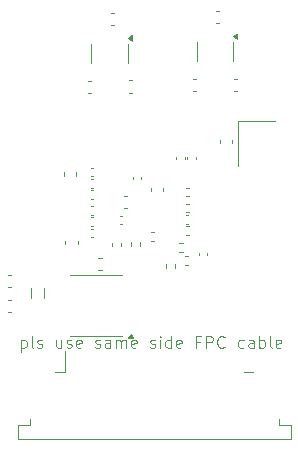
<source format=gbr>
%TF.GenerationSoftware,KiCad,Pcbnew,8.0.9*%
%TF.CreationDate,2025-03-13T22:53:30+08:00*%
%TF.ProjectId,Raspberry_pi_IMX662,52617370-6265-4727-9279-5f70695f494d,rev?*%
%TF.SameCoordinates,Original*%
%TF.FileFunction,Legend,Top*%
%TF.FilePolarity,Positive*%
%FSLAX46Y46*%
G04 Gerber Fmt 4.6, Leading zero omitted, Abs format (unit mm)*
G04 Created by KiCad (PCBNEW 8.0.9) date 2025-03-13 22:53:30*
%MOMM*%
%LPD*%
G01*
G04 APERTURE LIST*
%ADD10C,0.125000*%
%ADD11C,0.120000*%
G04 APERTURE END LIST*
D10*
X127320331Y-112354452D02*
X127320331Y-113354452D01*
X127320331Y-112402071D02*
X127415569Y-112354452D01*
X127415569Y-112354452D02*
X127606045Y-112354452D01*
X127606045Y-112354452D02*
X127701283Y-112402071D01*
X127701283Y-112402071D02*
X127748902Y-112449690D01*
X127748902Y-112449690D02*
X127796521Y-112544928D01*
X127796521Y-112544928D02*
X127796521Y-112830642D01*
X127796521Y-112830642D02*
X127748902Y-112925880D01*
X127748902Y-112925880D02*
X127701283Y-112973500D01*
X127701283Y-112973500D02*
X127606045Y-113021119D01*
X127606045Y-113021119D02*
X127415569Y-113021119D01*
X127415569Y-113021119D02*
X127320331Y-112973500D01*
X128367950Y-113021119D02*
X128272712Y-112973500D01*
X128272712Y-112973500D02*
X128225093Y-112878261D01*
X128225093Y-112878261D02*
X128225093Y-112021119D01*
X128701284Y-112973500D02*
X128796522Y-113021119D01*
X128796522Y-113021119D02*
X128986998Y-113021119D01*
X128986998Y-113021119D02*
X129082236Y-112973500D01*
X129082236Y-112973500D02*
X129129855Y-112878261D01*
X129129855Y-112878261D02*
X129129855Y-112830642D01*
X129129855Y-112830642D02*
X129082236Y-112735404D01*
X129082236Y-112735404D02*
X128986998Y-112687785D01*
X128986998Y-112687785D02*
X128844141Y-112687785D01*
X128844141Y-112687785D02*
X128748903Y-112640166D01*
X128748903Y-112640166D02*
X128701284Y-112544928D01*
X128701284Y-112544928D02*
X128701284Y-112497309D01*
X128701284Y-112497309D02*
X128748903Y-112402071D01*
X128748903Y-112402071D02*
X128844141Y-112354452D01*
X128844141Y-112354452D02*
X128986998Y-112354452D01*
X128986998Y-112354452D02*
X129082236Y-112402071D01*
X130748903Y-112354452D02*
X130748903Y-113021119D01*
X130320332Y-112354452D02*
X130320332Y-112878261D01*
X130320332Y-112878261D02*
X130367951Y-112973500D01*
X130367951Y-112973500D02*
X130463189Y-113021119D01*
X130463189Y-113021119D02*
X130606046Y-113021119D01*
X130606046Y-113021119D02*
X130701284Y-112973500D01*
X130701284Y-112973500D02*
X130748903Y-112925880D01*
X131177475Y-112973500D02*
X131272713Y-113021119D01*
X131272713Y-113021119D02*
X131463189Y-113021119D01*
X131463189Y-113021119D02*
X131558427Y-112973500D01*
X131558427Y-112973500D02*
X131606046Y-112878261D01*
X131606046Y-112878261D02*
X131606046Y-112830642D01*
X131606046Y-112830642D02*
X131558427Y-112735404D01*
X131558427Y-112735404D02*
X131463189Y-112687785D01*
X131463189Y-112687785D02*
X131320332Y-112687785D01*
X131320332Y-112687785D02*
X131225094Y-112640166D01*
X131225094Y-112640166D02*
X131177475Y-112544928D01*
X131177475Y-112544928D02*
X131177475Y-112497309D01*
X131177475Y-112497309D02*
X131225094Y-112402071D01*
X131225094Y-112402071D02*
X131320332Y-112354452D01*
X131320332Y-112354452D02*
X131463189Y-112354452D01*
X131463189Y-112354452D02*
X131558427Y-112402071D01*
X132415570Y-112973500D02*
X132320332Y-113021119D01*
X132320332Y-113021119D02*
X132129856Y-113021119D01*
X132129856Y-113021119D02*
X132034618Y-112973500D01*
X132034618Y-112973500D02*
X131986999Y-112878261D01*
X131986999Y-112878261D02*
X131986999Y-112497309D01*
X131986999Y-112497309D02*
X132034618Y-112402071D01*
X132034618Y-112402071D02*
X132129856Y-112354452D01*
X132129856Y-112354452D02*
X132320332Y-112354452D01*
X132320332Y-112354452D02*
X132415570Y-112402071D01*
X132415570Y-112402071D02*
X132463189Y-112497309D01*
X132463189Y-112497309D02*
X132463189Y-112592547D01*
X132463189Y-112592547D02*
X131986999Y-112687785D01*
X133606047Y-112973500D02*
X133701285Y-113021119D01*
X133701285Y-113021119D02*
X133891761Y-113021119D01*
X133891761Y-113021119D02*
X133986999Y-112973500D01*
X133986999Y-112973500D02*
X134034618Y-112878261D01*
X134034618Y-112878261D02*
X134034618Y-112830642D01*
X134034618Y-112830642D02*
X133986999Y-112735404D01*
X133986999Y-112735404D02*
X133891761Y-112687785D01*
X133891761Y-112687785D02*
X133748904Y-112687785D01*
X133748904Y-112687785D02*
X133653666Y-112640166D01*
X133653666Y-112640166D02*
X133606047Y-112544928D01*
X133606047Y-112544928D02*
X133606047Y-112497309D01*
X133606047Y-112497309D02*
X133653666Y-112402071D01*
X133653666Y-112402071D02*
X133748904Y-112354452D01*
X133748904Y-112354452D02*
X133891761Y-112354452D01*
X133891761Y-112354452D02*
X133986999Y-112402071D01*
X134891761Y-113021119D02*
X134891761Y-112497309D01*
X134891761Y-112497309D02*
X134844142Y-112402071D01*
X134844142Y-112402071D02*
X134748904Y-112354452D01*
X134748904Y-112354452D02*
X134558428Y-112354452D01*
X134558428Y-112354452D02*
X134463190Y-112402071D01*
X134891761Y-112973500D02*
X134796523Y-113021119D01*
X134796523Y-113021119D02*
X134558428Y-113021119D01*
X134558428Y-113021119D02*
X134463190Y-112973500D01*
X134463190Y-112973500D02*
X134415571Y-112878261D01*
X134415571Y-112878261D02*
X134415571Y-112783023D01*
X134415571Y-112783023D02*
X134463190Y-112687785D01*
X134463190Y-112687785D02*
X134558428Y-112640166D01*
X134558428Y-112640166D02*
X134796523Y-112640166D01*
X134796523Y-112640166D02*
X134891761Y-112592547D01*
X135367952Y-113021119D02*
X135367952Y-112354452D01*
X135367952Y-112449690D02*
X135415571Y-112402071D01*
X135415571Y-112402071D02*
X135510809Y-112354452D01*
X135510809Y-112354452D02*
X135653666Y-112354452D01*
X135653666Y-112354452D02*
X135748904Y-112402071D01*
X135748904Y-112402071D02*
X135796523Y-112497309D01*
X135796523Y-112497309D02*
X135796523Y-113021119D01*
X135796523Y-112497309D02*
X135844142Y-112402071D01*
X135844142Y-112402071D02*
X135939380Y-112354452D01*
X135939380Y-112354452D02*
X136082237Y-112354452D01*
X136082237Y-112354452D02*
X136177476Y-112402071D01*
X136177476Y-112402071D02*
X136225095Y-112497309D01*
X136225095Y-112497309D02*
X136225095Y-113021119D01*
X137082237Y-112973500D02*
X136986999Y-113021119D01*
X136986999Y-113021119D02*
X136796523Y-113021119D01*
X136796523Y-113021119D02*
X136701285Y-112973500D01*
X136701285Y-112973500D02*
X136653666Y-112878261D01*
X136653666Y-112878261D02*
X136653666Y-112497309D01*
X136653666Y-112497309D02*
X136701285Y-112402071D01*
X136701285Y-112402071D02*
X136796523Y-112354452D01*
X136796523Y-112354452D02*
X136986999Y-112354452D01*
X136986999Y-112354452D02*
X137082237Y-112402071D01*
X137082237Y-112402071D02*
X137129856Y-112497309D01*
X137129856Y-112497309D02*
X137129856Y-112592547D01*
X137129856Y-112592547D02*
X136653666Y-112687785D01*
X138272714Y-112973500D02*
X138367952Y-113021119D01*
X138367952Y-113021119D02*
X138558428Y-113021119D01*
X138558428Y-113021119D02*
X138653666Y-112973500D01*
X138653666Y-112973500D02*
X138701285Y-112878261D01*
X138701285Y-112878261D02*
X138701285Y-112830642D01*
X138701285Y-112830642D02*
X138653666Y-112735404D01*
X138653666Y-112735404D02*
X138558428Y-112687785D01*
X138558428Y-112687785D02*
X138415571Y-112687785D01*
X138415571Y-112687785D02*
X138320333Y-112640166D01*
X138320333Y-112640166D02*
X138272714Y-112544928D01*
X138272714Y-112544928D02*
X138272714Y-112497309D01*
X138272714Y-112497309D02*
X138320333Y-112402071D01*
X138320333Y-112402071D02*
X138415571Y-112354452D01*
X138415571Y-112354452D02*
X138558428Y-112354452D01*
X138558428Y-112354452D02*
X138653666Y-112402071D01*
X139129857Y-113021119D02*
X139129857Y-112354452D01*
X139129857Y-112021119D02*
X139082238Y-112068738D01*
X139082238Y-112068738D02*
X139129857Y-112116357D01*
X139129857Y-112116357D02*
X139177476Y-112068738D01*
X139177476Y-112068738D02*
X139129857Y-112021119D01*
X139129857Y-112021119D02*
X139129857Y-112116357D01*
X140034618Y-113021119D02*
X140034618Y-112021119D01*
X140034618Y-112973500D02*
X139939380Y-113021119D01*
X139939380Y-113021119D02*
X139748904Y-113021119D01*
X139748904Y-113021119D02*
X139653666Y-112973500D01*
X139653666Y-112973500D02*
X139606047Y-112925880D01*
X139606047Y-112925880D02*
X139558428Y-112830642D01*
X139558428Y-112830642D02*
X139558428Y-112544928D01*
X139558428Y-112544928D02*
X139606047Y-112449690D01*
X139606047Y-112449690D02*
X139653666Y-112402071D01*
X139653666Y-112402071D02*
X139748904Y-112354452D01*
X139748904Y-112354452D02*
X139939380Y-112354452D01*
X139939380Y-112354452D02*
X140034618Y-112402071D01*
X140891761Y-112973500D02*
X140796523Y-113021119D01*
X140796523Y-113021119D02*
X140606047Y-113021119D01*
X140606047Y-113021119D02*
X140510809Y-112973500D01*
X140510809Y-112973500D02*
X140463190Y-112878261D01*
X140463190Y-112878261D02*
X140463190Y-112497309D01*
X140463190Y-112497309D02*
X140510809Y-112402071D01*
X140510809Y-112402071D02*
X140606047Y-112354452D01*
X140606047Y-112354452D02*
X140796523Y-112354452D01*
X140796523Y-112354452D02*
X140891761Y-112402071D01*
X140891761Y-112402071D02*
X140939380Y-112497309D01*
X140939380Y-112497309D02*
X140939380Y-112592547D01*
X140939380Y-112592547D02*
X140463190Y-112687785D01*
X142463190Y-112497309D02*
X142129857Y-112497309D01*
X142129857Y-113021119D02*
X142129857Y-112021119D01*
X142129857Y-112021119D02*
X142606047Y-112021119D01*
X142987000Y-113021119D02*
X142987000Y-112021119D01*
X142987000Y-112021119D02*
X143367952Y-112021119D01*
X143367952Y-112021119D02*
X143463190Y-112068738D01*
X143463190Y-112068738D02*
X143510809Y-112116357D01*
X143510809Y-112116357D02*
X143558428Y-112211595D01*
X143558428Y-112211595D02*
X143558428Y-112354452D01*
X143558428Y-112354452D02*
X143510809Y-112449690D01*
X143510809Y-112449690D02*
X143463190Y-112497309D01*
X143463190Y-112497309D02*
X143367952Y-112544928D01*
X143367952Y-112544928D02*
X142987000Y-112544928D01*
X144558428Y-112925880D02*
X144510809Y-112973500D01*
X144510809Y-112973500D02*
X144367952Y-113021119D01*
X144367952Y-113021119D02*
X144272714Y-113021119D01*
X144272714Y-113021119D02*
X144129857Y-112973500D01*
X144129857Y-112973500D02*
X144034619Y-112878261D01*
X144034619Y-112878261D02*
X143987000Y-112783023D01*
X143987000Y-112783023D02*
X143939381Y-112592547D01*
X143939381Y-112592547D02*
X143939381Y-112449690D01*
X143939381Y-112449690D02*
X143987000Y-112259214D01*
X143987000Y-112259214D02*
X144034619Y-112163976D01*
X144034619Y-112163976D02*
X144129857Y-112068738D01*
X144129857Y-112068738D02*
X144272714Y-112021119D01*
X144272714Y-112021119D02*
X144367952Y-112021119D01*
X144367952Y-112021119D02*
X144510809Y-112068738D01*
X144510809Y-112068738D02*
X144558428Y-112116357D01*
X146177476Y-112973500D02*
X146082238Y-113021119D01*
X146082238Y-113021119D02*
X145891762Y-113021119D01*
X145891762Y-113021119D02*
X145796524Y-112973500D01*
X145796524Y-112973500D02*
X145748905Y-112925880D01*
X145748905Y-112925880D02*
X145701286Y-112830642D01*
X145701286Y-112830642D02*
X145701286Y-112544928D01*
X145701286Y-112544928D02*
X145748905Y-112449690D01*
X145748905Y-112449690D02*
X145796524Y-112402071D01*
X145796524Y-112402071D02*
X145891762Y-112354452D01*
X145891762Y-112354452D02*
X146082238Y-112354452D01*
X146082238Y-112354452D02*
X146177476Y-112402071D01*
X147034619Y-113021119D02*
X147034619Y-112497309D01*
X147034619Y-112497309D02*
X146987000Y-112402071D01*
X146987000Y-112402071D02*
X146891762Y-112354452D01*
X146891762Y-112354452D02*
X146701286Y-112354452D01*
X146701286Y-112354452D02*
X146606048Y-112402071D01*
X147034619Y-112973500D02*
X146939381Y-113021119D01*
X146939381Y-113021119D02*
X146701286Y-113021119D01*
X146701286Y-113021119D02*
X146606048Y-112973500D01*
X146606048Y-112973500D02*
X146558429Y-112878261D01*
X146558429Y-112878261D02*
X146558429Y-112783023D01*
X146558429Y-112783023D02*
X146606048Y-112687785D01*
X146606048Y-112687785D02*
X146701286Y-112640166D01*
X146701286Y-112640166D02*
X146939381Y-112640166D01*
X146939381Y-112640166D02*
X147034619Y-112592547D01*
X147510810Y-113021119D02*
X147510810Y-112021119D01*
X147510810Y-112402071D02*
X147606048Y-112354452D01*
X147606048Y-112354452D02*
X147796524Y-112354452D01*
X147796524Y-112354452D02*
X147891762Y-112402071D01*
X147891762Y-112402071D02*
X147939381Y-112449690D01*
X147939381Y-112449690D02*
X147987000Y-112544928D01*
X147987000Y-112544928D02*
X147987000Y-112830642D01*
X147987000Y-112830642D02*
X147939381Y-112925880D01*
X147939381Y-112925880D02*
X147891762Y-112973500D01*
X147891762Y-112973500D02*
X147796524Y-113021119D01*
X147796524Y-113021119D02*
X147606048Y-113021119D01*
X147606048Y-113021119D02*
X147510810Y-112973500D01*
X148558429Y-113021119D02*
X148463191Y-112973500D01*
X148463191Y-112973500D02*
X148415572Y-112878261D01*
X148415572Y-112878261D02*
X148415572Y-112021119D01*
X149320334Y-112973500D02*
X149225096Y-113021119D01*
X149225096Y-113021119D02*
X149034620Y-113021119D01*
X149034620Y-113021119D02*
X148939382Y-112973500D01*
X148939382Y-112973500D02*
X148891763Y-112878261D01*
X148891763Y-112878261D02*
X148891763Y-112497309D01*
X148891763Y-112497309D02*
X148939382Y-112402071D01*
X148939382Y-112402071D02*
X149034620Y-112354452D01*
X149034620Y-112354452D02*
X149225096Y-112354452D01*
X149225096Y-112354452D02*
X149320334Y-112402071D01*
X149320334Y-112402071D02*
X149367953Y-112497309D01*
X149367953Y-112497309D02*
X149367953Y-112592547D01*
X149367953Y-112592547D02*
X148891763Y-112687785D01*
D11*
%TO.C,FB1*%
X128140000Y-108000378D02*
X128140000Y-108799622D01*
X129260000Y-108000378D02*
X129260000Y-108799622D01*
%TO.C,C17*%
X133242164Y-98740000D02*
X133457836Y-98740000D01*
X133242164Y-99460000D02*
X133457836Y-99460000D01*
%TO.C,C24*%
X133242164Y-99690000D02*
X133457836Y-99690000D01*
X133242164Y-100410000D02*
X133457836Y-100410000D01*
%TO.C,C16*%
X135040000Y-104407836D02*
X135040000Y-104192164D01*
X135760000Y-104407836D02*
X135760000Y-104192164D01*
%TO.C,C26*%
X144190000Y-95409420D02*
X144190000Y-95690580D01*
X145210000Y-95409420D02*
X145210000Y-95690580D01*
%TO.C,J2*%
X127030000Y-119600000D02*
X128055000Y-119600000D01*
X127030000Y-120710000D02*
X127030000Y-119600000D01*
X128055000Y-119600000D02*
X128055000Y-119060000D01*
X130210000Y-115090000D02*
X131035000Y-115090000D01*
X131035000Y-115090000D02*
X131035000Y-113290000D01*
X146165000Y-115090000D02*
X146990000Y-115090000D01*
X149145000Y-119060000D02*
X149145000Y-119600000D01*
X149145000Y-119600000D02*
X150170000Y-119600000D01*
X150170000Y-119600000D02*
X150170000Y-120710000D01*
X150170000Y-120710000D02*
X127030000Y-120710000D01*
%TO.C,R3*%
X141196359Y-105270000D02*
X141503641Y-105270000D01*
X141196359Y-106030000D02*
X141503641Y-106030000D01*
%TO.C,U3*%
X133700000Y-106840000D02*
X131500000Y-106840000D01*
X133700000Y-106840000D02*
X135900000Y-106840000D01*
X133700000Y-112060000D02*
X131500000Y-112060000D01*
X133700000Y-112060000D02*
X135900000Y-112060000D01*
X136840000Y-112190000D02*
X136360000Y-112190000D01*
X136600000Y-111860000D01*
X136840000Y-112190000D01*
G36*
X136840000Y-112190000D02*
G01*
X136360000Y-112190000D01*
X136600000Y-111860000D01*
X136840000Y-112190000D01*
G37*
%TO.C,R2*%
X138603641Y-103220000D02*
X138296359Y-103220000D01*
X138603641Y-103980000D02*
X138296359Y-103980000D01*
%TO.C,C11*%
X141272164Y-101790000D02*
X141487836Y-101790000D01*
X141272164Y-102510000D02*
X141487836Y-102510000D01*
%TO.C,C13*%
X142390000Y-105207836D02*
X142390000Y-104992164D01*
X143110000Y-105207836D02*
X143110000Y-104992164D01*
%TO.C,C30*%
X133859420Y-105440000D02*
X134140580Y-105440000D01*
X133859420Y-106460000D02*
X134140580Y-106460000D01*
%TO.C,C12*%
X141292164Y-99490000D02*
X141507836Y-99490000D01*
X141292164Y-100210000D02*
X141507836Y-100210000D01*
%TO.C,C3*%
X135240580Y-84640000D02*
X134959420Y-84640000D01*
X135240580Y-85660000D02*
X134959420Y-85660000D01*
%TO.C,C9*%
X126490580Y-108990000D02*
X126209420Y-108990000D01*
X126490580Y-110010000D02*
X126209420Y-110010000D01*
%TO.C,R1*%
X136620000Y-104403641D02*
X136620000Y-104096359D01*
X137380000Y-104403641D02*
X137380000Y-104096359D01*
%TO.C,C8*%
X141390000Y-96842164D02*
X141390000Y-97057836D01*
X142110000Y-96842164D02*
X142110000Y-97057836D01*
%TO.C,C2*%
X136459420Y-90390000D02*
X136740580Y-90390000D01*
X136459420Y-91410000D02*
X136740580Y-91410000D01*
%TO.C,C19*%
X133242164Y-101040000D02*
X133457836Y-101040000D01*
X133242164Y-101760000D02*
X133457836Y-101760000D01*
%TO.C,C21*%
X133222164Y-101990000D02*
X133437836Y-101990000D01*
X133222164Y-102710000D02*
X133437836Y-102710000D01*
%TO.C,C10*%
X140460000Y-96842164D02*
X140460000Y-97057836D01*
X141180000Y-96842164D02*
X141180000Y-97057836D01*
%TO.C,C4*%
X144090580Y-84540000D02*
X143809420Y-84540000D01*
X144090580Y-85560000D02*
X143809420Y-85560000D01*
%TO.C,R5*%
X139570000Y-106253641D02*
X139570000Y-105946359D01*
X140330000Y-106253641D02*
X140330000Y-105946359D01*
%TO.C,C6*%
X145359420Y-90290000D02*
X145640580Y-90290000D01*
X145359420Y-91310000D02*
X145640580Y-91310000D01*
%TO.C,R4*%
X140696359Y-104170000D02*
X141003641Y-104170000D01*
X140696359Y-104930000D02*
X141003641Y-104930000D01*
%TO.C,C5*%
X142140580Y-90290000D02*
X141859420Y-90290000D01*
X142140580Y-91310000D02*
X141859420Y-91310000D01*
%TO.C,C1*%
X133240580Y-90440000D02*
X132959420Y-90440000D01*
X133240580Y-91460000D02*
X132959420Y-91460000D01*
%TO.C,X1*%
X145675000Y-93800000D02*
X145675000Y-97600000D01*
X148825000Y-93800000D02*
X145675000Y-93800000D01*
%TO.C,C20*%
X133242164Y-102940000D02*
X133457836Y-102940000D01*
X133242164Y-103660000D02*
X133457836Y-103660000D01*
%TO.C,C7*%
X126490580Y-106840000D02*
X126209420Y-106840000D01*
X126490580Y-107860000D02*
X126209420Y-107860000D01*
%TO.C,C14*%
X141292164Y-100840000D02*
X141507836Y-100840000D01*
X141292164Y-101560000D02*
X141507836Y-101560000D01*
%TO.C,C15*%
X138340000Y-99790580D02*
X138340000Y-99509420D01*
X139360000Y-99790580D02*
X139360000Y-99509420D01*
%TO.C,C22*%
X131090000Y-103959420D02*
X131090000Y-104240580D01*
X132110000Y-103959420D02*
X132110000Y-104240580D01*
%TO.C,C29*%
X136790000Y-98757836D02*
X136790000Y-98542164D01*
X137510000Y-98757836D02*
X137510000Y-98542164D01*
%TO.C,C27*%
X141292164Y-102740000D02*
X141507836Y-102740000D01*
X141292164Y-103460000D02*
X141507836Y-103460000D01*
%TO.C,U2*%
X133290000Y-88087500D02*
X133290000Y-87287500D01*
X133290000Y-88087500D02*
X133290000Y-88887500D01*
X136410000Y-88087500D02*
X136410000Y-87287500D01*
X136410000Y-88087500D02*
X136410000Y-88887500D01*
X136690000Y-87027500D02*
X136360000Y-86787500D01*
X136690000Y-86547500D01*
X136690000Y-87027500D01*
G36*
X136690000Y-87027500D02*
G01*
X136360000Y-86787500D01*
X136690000Y-86547500D01*
X136690000Y-87027500D01*
G37*
%TO.C,C23*%
X136340580Y-100140000D02*
X136059420Y-100140000D01*
X136340580Y-101160000D02*
X136059420Y-101160000D01*
%TO.C,U4*%
X142190000Y-87962500D02*
X142190000Y-87162500D01*
X142190000Y-87962500D02*
X142190000Y-88762500D01*
X145310000Y-87962500D02*
X145310000Y-87162500D01*
X145310000Y-87962500D02*
X145310000Y-88762500D01*
X145590000Y-86902500D02*
X145260000Y-86662500D01*
X145590000Y-86422500D01*
X145590000Y-86902500D01*
G36*
X145590000Y-86902500D02*
G01*
X145260000Y-86662500D01*
X145590000Y-86422500D01*
X145590000Y-86902500D01*
G37*
%TO.C,C18*%
X130990000Y-98440580D02*
X130990000Y-98159420D01*
X132010000Y-98440580D02*
X132010000Y-98159420D01*
%TO.C,C28*%
X135907836Y-101840000D02*
X135692164Y-101840000D01*
X135907836Y-102560000D02*
X135692164Y-102560000D01*
%TO.C,C25*%
X133242164Y-97790000D02*
X133457836Y-97790000D01*
X133242164Y-98510000D02*
X133457836Y-98510000D01*
%TD*%
M02*

</source>
